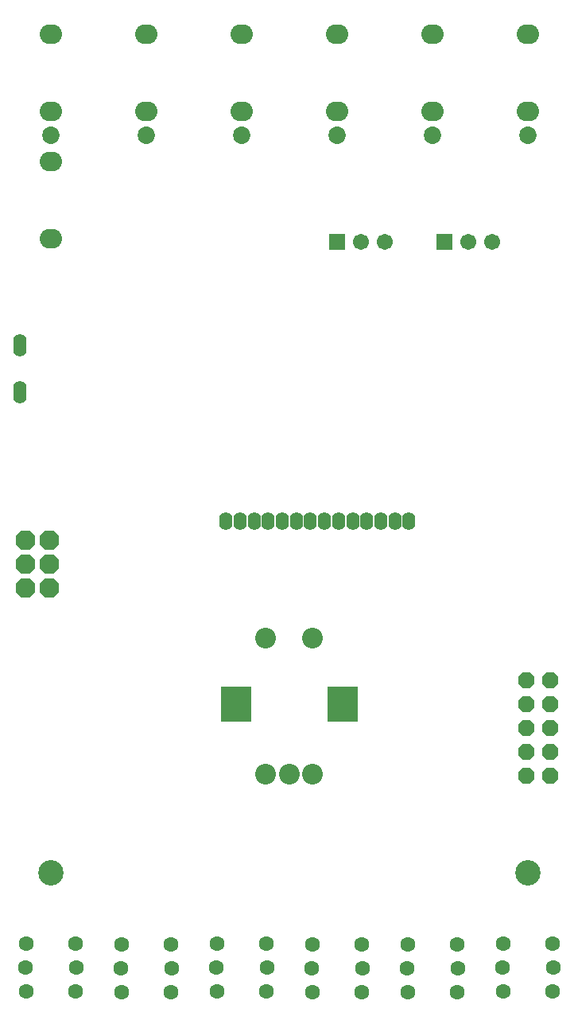
<source format=gbs>
G04 DipTrace 4.0.0.0*
G04 uTest_p02.GBS*
%MOIN*%
G04 #@! TF.FileFunction,Soldermask,Bot*
G04 #@! TF.Part,Single*
%AMOUTLINE0*
4,1,8,
-0.014159,-0.034184,
-0.034184,-0.014159,
-0.034184,0.014159,
-0.014159,0.034184,
0.014159,0.034184,
0.034184,0.014159,
0.034184,-0.014159,
0.014159,-0.034184,
-0.014159,-0.034184,
0*%
%AMOUTLINE2*
4,1,8,
-0.016982,0.041,
-0.041,0.016982,
-0.041,-0.016982,
-0.016982,-0.041,
0.016982,-0.041,
0.041,-0.016982,
0.041,0.016982,
0.016982,0.041,
-0.016982,0.041,
0*%
%ADD55C,0.106299*%
%ADD64O,0.055244X0.094614*%
%ADD66O,0.055244X0.074929*%
%ADD72C,0.063118*%
%ADD74C,0.067055*%
%ADD80R,0.067055X0.067055*%
%ADD82C,0.073*%
%ADD84O,0.093X0.083*%
%ADD94R,0.12611X0.145795*%
%ADD96C,0.08674*%
%ADD124OUTLINE0*%
%ADD126OUTLINE2*%
%FSLAX26Y26*%
G04*
G70*
G90*
G75*
G01*
G04 BotMask*
%LPD*%
D96*
X1585834Y1506961D3*
X1684260D3*
X1487409D3*
X1684260Y2077827D3*
X1487409D3*
D94*
X1361425Y1802236D3*
X1810244D3*
D55*
X585834Y1094461D3*
X2585834D3*
D84*
Y4282461D3*
Y4607461D3*
D82*
Y4182461D3*
D84*
X2185834Y4282461D3*
Y4607461D3*
D82*
Y4182461D3*
D84*
X1785834Y4282461D3*
Y4607461D3*
D82*
Y4182461D3*
D84*
X1385834Y4282461D3*
Y4607461D3*
D82*
Y4182461D3*
D84*
X985834Y4282461D3*
Y4607461D3*
D82*
Y4182461D3*
D84*
X585834Y4075654D3*
Y3750654D3*
Y4282461D3*
Y4607461D3*
D82*
Y4182461D3*
D124*
X2579585Y1900710D3*
X2679585D3*
X2579585Y1800710D3*
X2679585D3*
X2579585Y1700710D3*
X2679585D3*
X2579585Y1600710D3*
X2679585D3*
X2579585Y1500710D3*
X2679585D3*
D80*
X2235836Y3737089D3*
D74*
X2335834D3*
X2435834D3*
D80*
X1785836D3*
D74*
X1885834D3*
X1985834D3*
D72*
X2483472Y596823D3*
Y796823D3*
X2688197D3*
Y596823D3*
X2692134Y696823D3*
X2479535D3*
X2083472Y594461D3*
Y794461D3*
X2288197D3*
Y594461D3*
X2292134Y694461D3*
X2079535D3*
X1683472Y594461D3*
Y794461D3*
X1888197D3*
Y594461D3*
X1892134Y694461D3*
X1679535D3*
X1283472Y596823D3*
Y796823D3*
X1488197D3*
Y596823D3*
X1492134Y696823D3*
X1279535D3*
X883472Y594461D3*
Y794461D3*
X1088197D3*
Y594461D3*
X1092134Y694461D3*
X879535D3*
X483472Y596823D3*
Y796823D3*
X688197D3*
Y596823D3*
X692134Y696823D3*
X479535D3*
D126*
X579585Y2288211D3*
X479585D3*
X579585Y2388211D3*
X479585D3*
X579585Y2488211D3*
X479585D3*
D66*
X1320086Y2566902D3*
X1379142D3*
X1438197D3*
X1497252D3*
X1556307D3*
X1615362D3*
X1674417D3*
X1733472D3*
X1792527D3*
X1851583D3*
X1910638D3*
X1969693D3*
X2028748D3*
X2087803D3*
D64*
X457882Y3303122D3*
Y3106272D3*
M02*

</source>
